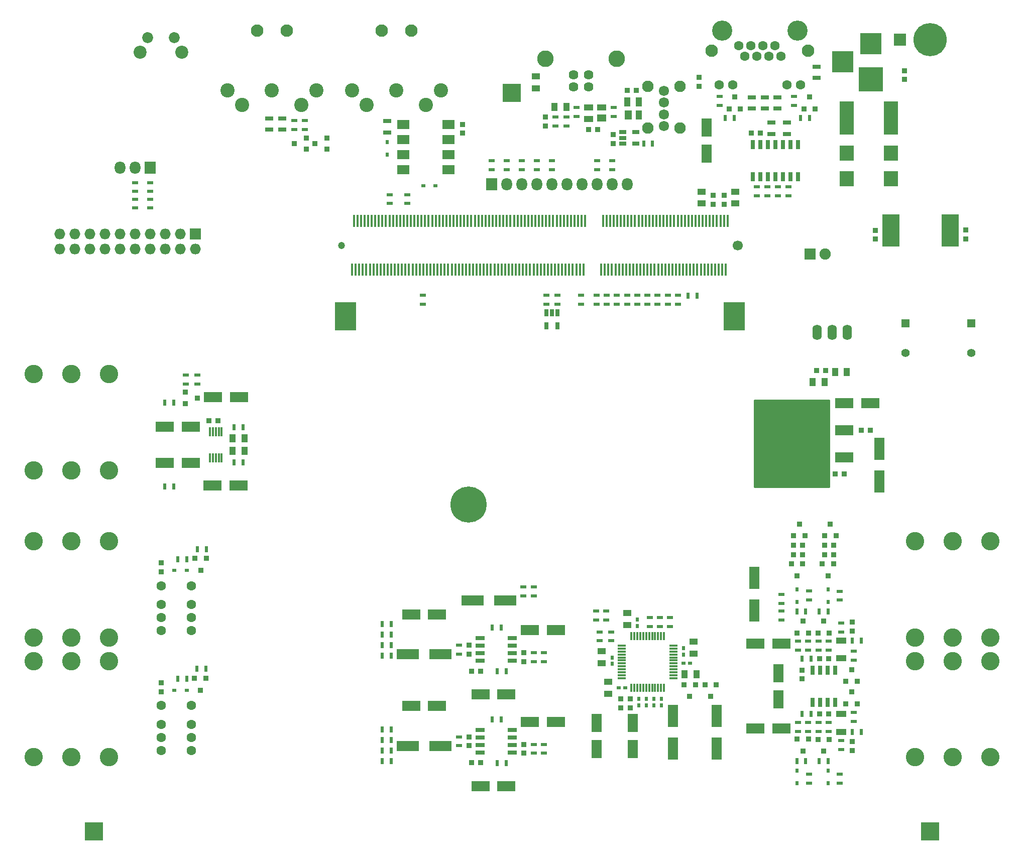
<source format=gbr>
G04 #@! TF.FileFunction,Soldermask,Top*
%FSLAX46Y46*%
G04 Gerber Fmt 4.6, Leading zero omitted, Abs format (unit mm)*
G04 Created by KiCad (PCBNEW no-vcs-found-product) date Tue 08 Dec 2015 08:15:28 PM BRST*
%MOMM*%
G01*
G04 APERTURE LIST*
%ADD10C,0.100000*%
%ADD11R,1.400000X0.350000*%
%ADD12R,0.350000X1.400000*%
%ADD13C,2.400000*%
%ADD14C,2.100000*%
%ADD15C,1.700000*%
%ADD16C,1.200000*%
%ADD17R,3.600000X4.700000*%
%ADD18R,0.450000X2.100000*%
%ADD19R,3.148000X1.751000*%
%ADD20R,6.196000X6.196000*%
%ADD21R,0.850000X0.900000*%
%ADD22R,1.400000X1.400000*%
%ADD23C,1.400000*%
%ADD24R,0.900000X0.850000*%
%ADD25R,1.350000X1.100000*%
%ADD26R,1.100000X1.350000*%
%ADD27R,1.700000X1.100000*%
%ADD28R,1.499540X1.298880*%
%ADD29R,1.499540X1.100760*%
%ADD30R,1.298880X1.499540*%
%ADD31R,1.100760X1.499540*%
%ADD32R,2.400000X5.700000*%
%ADD33R,3.000680X5.500040*%
%ADD34C,1.720000*%
%ADD35C,1.950000*%
%ADD36R,1.827200X2.132000*%
%ADD37O,1.827200X2.132000*%
%ADD38R,1.000000X0.600000*%
%ADD39R,0.600000X1.000000*%
%ADD40R,1.400000X0.800000*%
%ADD41C,2.200000*%
%ADD42C,1.850000*%
%ADD43R,0.700000X1.650000*%
%ADD44R,1.650000X0.700000*%
%ADD45R,0.400000X1.500000*%
%ADD46R,2.132000X1.624000*%
%ADD47R,0.700000X1.600000*%
%ADD48C,1.601140*%
%ADD49C,3.400000*%
%ADD50C,3.100000*%
%ADD51R,4.100000X4.100000*%
%ADD52R,3.600000X3.600000*%
%ADD53R,0.550000X0.690000*%
%ADD54R,0.690000X0.550000*%
%ADD55R,1.160000X0.750000*%
%ADD56R,0.900100X0.900100*%
%ADD57R,2.401240X2.599360*%
%ADD58C,1.100000*%
%ADD59R,3.100000X3.100000*%
%ADD60C,1.600000*%
%ADD61C,1.624000*%
%ADD62C,2.800020*%
%ADD63R,1.827200X1.827200*%
%ADD64O,1.827200X1.827200*%
%ADD65R,0.750000X1.160000*%
%ADD66C,6.100000*%
%ADD67R,3.699180X1.700200*%
%ADD68R,2.100000X2.100000*%
%ADD69C,5.600000*%
%ADD70R,3.099740X1.700200*%
%ADD71R,1.700200X3.099740*%
%ADD72R,1.700200X3.699180*%
%ADD73O,1.601140X2.599360*%
%ADD74R,1.900000X1.900000*%
%ADD75C,1.900000*%
%ADD76R,0.700000X0.600000*%
%ADD77R,0.600000X0.700000*%
%ADD78C,0.254000*%
G04 APERTURE END LIST*
D10*
D11*
X89043260Y-102182480D03*
X89043260Y-102682480D03*
X89043260Y-103182480D03*
X89043260Y-103682480D03*
X89043260Y-104182480D03*
X89043260Y-104682480D03*
X89043260Y-105182480D03*
X89043260Y-105682480D03*
X89043260Y-106182480D03*
X89043260Y-106682480D03*
X89043260Y-107182480D03*
X89043260Y-107682480D03*
D12*
X90643260Y-109282480D03*
X91143260Y-109282480D03*
X91643260Y-109282480D03*
X92143260Y-109282480D03*
X92643260Y-109282480D03*
X93143260Y-109282480D03*
X93643260Y-109282480D03*
X94143260Y-109282480D03*
X94643260Y-109282480D03*
X95143260Y-109282480D03*
X95643260Y-109282480D03*
X96143260Y-109282480D03*
D11*
X97743260Y-107682480D03*
X97743260Y-107182480D03*
X97743260Y-106682480D03*
X97743260Y-106182480D03*
X97743260Y-105682480D03*
X97743260Y-105182480D03*
X97743260Y-104682480D03*
X97743260Y-104182480D03*
X97743260Y-103682480D03*
X97743260Y-103182480D03*
X97743260Y-102682480D03*
X97743260Y-102182480D03*
D12*
X96143260Y-100582480D03*
X95643260Y-100582480D03*
X95143260Y-100582480D03*
X94643260Y-100582480D03*
X94143260Y-100582480D03*
X93643260Y-100582480D03*
X93143260Y-100582480D03*
X92643260Y-100582480D03*
X92143260Y-100582480D03*
X91643260Y-100582480D03*
X91143260Y-100582480D03*
X90643260Y-100582480D03*
D13*
X56014740Y-11011540D03*
D14*
X48514740Y1488460D03*
D13*
X58514740Y-8511540D03*
X51014740Y-8511540D03*
X43514740Y-8511540D03*
X46014740Y-11011540D03*
D14*
X53514740Y1488460D03*
D13*
X35010720Y-11011540D03*
D14*
X27510720Y1488460D03*
D13*
X37510720Y-8511540D03*
X30010720Y-8511540D03*
X22510720Y-8511540D03*
X25010720Y-11011540D03*
D14*
X32510720Y1488460D03*
D15*
X108606860Y-34671000D03*
D16*
X41806860Y-34671000D03*
D17*
X42406860Y-46671000D03*
X108006860Y-46671000D03*
D18*
X106856860Y-30571000D03*
X106256860Y-30571000D03*
X105656860Y-30571000D03*
X105056860Y-30571000D03*
X104456860Y-30571000D03*
X103856860Y-30571000D03*
X103256860Y-30571000D03*
X102656860Y-30571000D03*
X102056860Y-30571000D03*
X101456860Y-30571000D03*
X100856860Y-30571000D03*
X100256860Y-30571000D03*
X99656860Y-30571000D03*
X99056860Y-30571000D03*
X98456860Y-30571000D03*
X97856860Y-30571000D03*
X97256860Y-30571000D03*
X96656860Y-30571000D03*
X96056860Y-30571000D03*
X95456860Y-30571000D03*
X94856860Y-30571000D03*
X94256860Y-30571000D03*
X93656860Y-30571000D03*
X93056860Y-30571000D03*
X92456860Y-30571000D03*
X91856860Y-30571000D03*
X91256860Y-30571000D03*
X90656860Y-30571000D03*
X90056860Y-30571000D03*
X89456860Y-30571000D03*
X88856860Y-30571000D03*
X88256860Y-30571000D03*
X87656860Y-30571000D03*
X87056860Y-30571000D03*
X86456860Y-30571000D03*
X85856860Y-30571000D03*
X82856860Y-30571000D03*
X82256860Y-30571000D03*
X81656860Y-30571000D03*
X81056860Y-30571000D03*
X80456860Y-30571000D03*
X79856860Y-30571000D03*
X79256860Y-30571000D03*
X78656860Y-30571000D03*
X78056860Y-30571000D03*
X77456860Y-30571000D03*
X76856860Y-30571000D03*
X76256860Y-30571000D03*
X75656860Y-30571000D03*
X75056860Y-30571000D03*
X74456860Y-30571000D03*
X73856860Y-30571000D03*
X73256860Y-30571000D03*
X72656860Y-30571000D03*
X72056860Y-30571000D03*
X71456860Y-30571000D03*
X70856860Y-30571000D03*
X70256860Y-30571000D03*
X69656860Y-30571000D03*
X69056860Y-30571000D03*
X68456860Y-30571000D03*
X67856860Y-30571000D03*
X67256860Y-30571000D03*
X66656860Y-30571000D03*
X66056860Y-30571000D03*
X65456860Y-30571000D03*
X64856860Y-30571000D03*
X64256860Y-30571000D03*
X63656860Y-30571000D03*
X63056860Y-30571000D03*
X62456860Y-30571000D03*
X61856860Y-30571000D03*
X61256860Y-30571000D03*
X60656860Y-30571000D03*
X60056860Y-30571000D03*
X59456860Y-30571000D03*
X58856860Y-30571000D03*
X58256860Y-30571000D03*
X57656860Y-30571000D03*
X57056860Y-30571000D03*
X56456860Y-30571000D03*
X55856860Y-30571000D03*
X55256860Y-30571000D03*
X54656860Y-30571000D03*
X54056860Y-30571000D03*
X53456860Y-30571000D03*
X52856860Y-30571000D03*
X52256860Y-30571000D03*
X51656860Y-30571000D03*
X51056860Y-30571000D03*
X50456860Y-30571000D03*
X49856860Y-30571000D03*
X49256860Y-30571000D03*
X48656860Y-30571000D03*
X48056860Y-30571000D03*
X47456860Y-30571000D03*
X46856860Y-30571000D03*
X46256860Y-30571000D03*
X45656860Y-30571000D03*
X45056860Y-30571000D03*
X44456860Y-30571000D03*
X43856860Y-30571000D03*
X106556860Y-38771000D03*
X105956860Y-38771000D03*
X105356860Y-38771000D03*
X104756860Y-38771000D03*
X104156860Y-38771000D03*
X103556860Y-38771000D03*
X102956860Y-38771000D03*
X102356860Y-38771000D03*
X101756860Y-38771000D03*
X101156860Y-38771000D03*
X100556860Y-38771000D03*
X99956860Y-38771000D03*
X99356860Y-38771000D03*
X98756860Y-38771000D03*
X98156860Y-38771000D03*
X97556860Y-38771000D03*
X96956860Y-38771000D03*
X96356860Y-38771000D03*
X95756860Y-38771000D03*
X95156860Y-38771000D03*
X94556860Y-38771000D03*
X93956860Y-38771000D03*
X93356860Y-38771000D03*
X92756860Y-38771000D03*
X92156860Y-38771000D03*
X91556860Y-38771000D03*
X90956860Y-38771000D03*
X90356860Y-38771000D03*
X89756860Y-38771000D03*
X89156860Y-38771000D03*
X88556860Y-38771000D03*
X87956860Y-38771000D03*
X87356860Y-38771000D03*
X86756860Y-38771000D03*
X86156860Y-38771000D03*
X85556860Y-38771000D03*
X82556860Y-38771000D03*
X81956860Y-38771000D03*
X81356860Y-38771000D03*
X80756860Y-38771000D03*
X80156860Y-38771000D03*
X79556860Y-38771000D03*
X78956860Y-38771000D03*
X78356860Y-38771000D03*
X77756860Y-38771000D03*
X77156860Y-38771000D03*
X76556860Y-38771000D03*
X75956860Y-38771000D03*
X75356860Y-38771000D03*
X74756860Y-38771000D03*
X74156860Y-38771000D03*
X73556860Y-38771000D03*
X72956860Y-38771000D03*
X72356860Y-38771000D03*
X71756860Y-38771000D03*
X71156860Y-38771000D03*
X70556860Y-38771000D03*
X69956860Y-38771000D03*
X69356860Y-38771000D03*
X68756860Y-38771000D03*
X68156860Y-38771000D03*
X67556860Y-38771000D03*
X66956860Y-38771000D03*
X66356860Y-38771000D03*
X65756860Y-38771000D03*
X65156860Y-38771000D03*
X64556860Y-38771000D03*
X63956860Y-38771000D03*
X63356860Y-38771000D03*
X62756860Y-38771000D03*
X62156860Y-38771000D03*
X61556860Y-38771000D03*
X60956860Y-38771000D03*
X60356860Y-38771000D03*
X59756860Y-38771000D03*
X59156860Y-38771000D03*
X58556860Y-38771000D03*
X57956860Y-38771000D03*
X57356860Y-38771000D03*
X56756860Y-38771000D03*
X56156860Y-38771000D03*
X55556860Y-38771000D03*
X54956860Y-38771000D03*
X54356860Y-38771000D03*
X53756860Y-38771000D03*
X53156860Y-38771000D03*
X52556860Y-38771000D03*
X51956860Y-38771000D03*
X51356860Y-38771000D03*
X50756860Y-38771000D03*
X50156860Y-38771000D03*
X49556860Y-38771000D03*
X48956860Y-38771000D03*
X48356860Y-38771000D03*
X47756860Y-38771000D03*
X47156860Y-38771000D03*
X46556860Y-38771000D03*
X45956860Y-38771000D03*
X45356860Y-38771000D03*
X44756860Y-38771000D03*
X44156860Y-38771000D03*
X43556860Y-38771000D03*
D19*
X126512320Y-70401180D03*
D20*
X120162320Y-68115180D03*
D19*
X126512320Y-65829180D03*
D21*
X131747260Y-32148080D03*
X131747260Y-33648080D03*
D22*
X136878060Y-47807880D03*
D23*
X136878060Y-52807880D03*
D21*
X147012660Y-32097280D03*
X147012660Y-33597280D03*
D22*
X147977860Y-47807880D03*
D23*
X147977860Y-52807880D03*
D24*
X129397060Y-65841880D03*
X130897060Y-65841880D03*
X125002860Y-73233280D03*
X126502860Y-73233280D03*
X121883740Y-55803800D03*
X123383740Y-55803800D03*
D25*
X89964260Y-98718880D03*
X89964260Y-96718880D03*
X86763860Y-108301280D03*
X86763860Y-110301280D03*
D26*
X99632260Y-106989880D03*
X101632260Y-106989880D03*
D25*
X108176060Y-27624280D03*
X108176060Y-25624280D03*
D21*
X106245660Y-27729880D03*
X106245660Y-26229880D03*
X119430800Y-107818620D03*
X119430800Y-106318620D03*
D24*
X65187260Y-106481880D03*
X63687260Y-106481880D03*
X65187260Y-121950480D03*
X63687260Y-121950480D03*
X19415060Y-64216280D03*
X20915060Y-64216280D03*
D21*
X87563960Y-17519080D03*
X87563960Y-16019080D03*
D26*
X79699360Y-11358880D03*
X77699360Y-11358880D03*
D24*
X84910360Y-15181580D03*
X83410360Y-15181580D03*
X91463560Y-8539480D03*
X89963560Y-8539480D03*
D21*
X76159360Y-14534580D03*
X76159360Y-13034580D03*
X62141100Y-14276640D03*
X62141100Y-15776640D03*
X136649460Y-6724080D03*
X136649460Y-5224080D03*
X102029260Y-6367080D03*
X102029260Y-7867080D03*
X88821260Y-111167480D03*
X88821260Y-112667480D03*
X90421460Y-111167480D03*
X90421460Y-112667480D03*
D27*
X126009400Y-104342060D03*
X126009400Y-101342060D03*
D21*
X127901700Y-98218560D03*
X127901700Y-99718560D03*
D24*
X122389200Y-104391460D03*
X123889200Y-104391460D03*
D27*
X126006860Y-113744880D03*
X126006860Y-116744880D03*
D21*
X127901700Y-119860760D03*
X127901700Y-118360760D03*
D24*
X123889200Y-113687860D03*
X122389200Y-113687860D03*
D21*
X72514460Y-104869680D03*
X72514460Y-103369680D03*
X63243460Y-103599680D03*
X63243460Y-102099680D03*
X72514460Y-120338280D03*
X72514460Y-118838280D03*
X63243460Y-119068280D03*
X63243460Y-117568280D03*
D26*
X23406860Y-69372480D03*
X25406860Y-69372480D03*
X23406860Y-67238880D03*
X25406860Y-67238880D03*
D28*
X85628480Y-13169900D03*
D29*
X85628480Y-11450320D03*
X83428840Y-11450320D03*
X83428840Y-13350240D03*
D30*
X90147140Y-12687300D03*
D31*
X91866720Y-12687300D03*
X91866720Y-10487660D03*
X89966800Y-10487660D03*
D32*
X134380460Y-13213080D03*
X126980460Y-13213080D03*
D33*
X134366000Y-32136080D03*
X144368520Y-32136080D03*
D25*
X74559160Y-6218680D03*
X74559160Y-8218680D03*
D34*
X96136460Y-8590280D03*
X96136460Y-10590280D03*
X96136460Y-12590280D03*
D35*
X98856460Y-7860280D03*
D34*
X96136460Y-14590280D03*
D35*
X98856460Y-14860280D03*
X93416460Y-7860280D03*
X93416460Y-14860280D03*
D36*
X67053460Y-24384380D03*
D37*
X69593460Y-24384380D03*
X72133460Y-24384380D03*
X74673460Y-24384380D03*
X77213460Y-24384380D03*
X79753460Y-24384380D03*
X82293460Y-24384380D03*
X84833460Y-24384380D03*
X87373460Y-24384380D03*
X89913460Y-24384380D03*
D36*
X9547860Y-21595080D03*
D37*
X7007860Y-21595080D03*
X4467860Y-21595080D03*
D38*
X55501540Y-44615800D03*
X55501540Y-43115800D03*
X84757260Y-44620880D03*
X84757260Y-43120880D03*
X82166460Y-44620880D03*
X82166460Y-43120880D03*
X85316060Y-101364480D03*
X85316060Y-99864480D03*
X87246460Y-101364480D03*
X87246460Y-99864480D03*
X84655660Y-96359280D03*
X84655660Y-97859280D03*
X86408260Y-96359280D03*
X86408260Y-97859280D03*
D39*
X100187060Y-43134280D03*
X101687060Y-43134280D03*
D38*
X125790960Y-93006480D03*
X125790960Y-94506480D03*
D39*
X122287600Y-96403160D03*
X123787600Y-96403160D03*
D38*
X120558560Y-92955680D03*
X120558560Y-94455680D03*
D39*
X120041100Y-96428560D03*
X118541100Y-96428560D03*
D38*
X98485960Y-43120880D03*
X98485960Y-44620880D03*
X95056960Y-44620880D03*
X95056960Y-43120880D03*
X125790960Y-125380180D03*
X125790960Y-123880180D03*
D39*
X122287600Y-121676160D03*
X123787600Y-121676160D03*
D38*
X120558560Y-125380180D03*
X120558560Y-123880180D03*
D39*
X118541100Y-121676160D03*
X120041100Y-121676160D03*
D38*
X89913460Y-44620880D03*
X89913460Y-43120880D03*
X86484460Y-44620880D03*
X86484460Y-43120880D03*
D39*
X15682660Y-87584280D03*
X14182660Y-87584280D03*
X17484660Y-85958680D03*
X18984660Y-85958680D03*
D38*
X17498060Y-58057480D03*
X17498060Y-56557480D03*
X15491460Y-58057480D03*
X15491460Y-56557480D03*
X79689960Y-13034580D03*
X79689960Y-14534580D03*
X77823060Y-14534580D03*
X77823060Y-13034580D03*
D39*
X92719460Y-17518380D03*
X94219460Y-17518380D03*
D40*
X29588460Y-13253680D03*
X29588460Y-15153680D03*
D38*
X33804860Y-13656880D03*
X33804860Y-15156880D03*
D40*
X49471580Y-15641360D03*
X49471580Y-13741360D03*
D38*
X52854860Y-27628280D03*
X52854860Y-26128280D03*
D40*
X31798260Y-13253680D03*
X31798260Y-15153680D03*
D38*
X35557460Y-13656880D03*
X35557460Y-15156880D03*
D39*
X120660860Y-13162280D03*
X119160860Y-13162280D03*
D40*
X114272060Y-13990280D03*
X114272060Y-15890280D03*
D38*
X111757460Y-24832880D03*
X111757460Y-26332880D03*
D40*
X116837460Y-13990280D03*
X116837460Y-15890280D03*
X110919260Y-9697680D03*
X110919260Y-11597680D03*
D39*
X107986260Y-13162280D03*
X106486260Y-13162280D03*
D38*
X117091460Y-24832880D03*
X117091460Y-26332880D03*
D40*
X113103660Y-9697680D03*
X113103660Y-11597680D03*
D38*
X67053460Y-20387880D03*
X67053460Y-21887880D03*
X69596380Y-20387880D03*
X69596380Y-21887880D03*
X72136380Y-20387880D03*
X72136380Y-21887880D03*
X77216380Y-20387880D03*
X77216380Y-21887880D03*
X84833460Y-20387880D03*
X84833460Y-21887880D03*
X87373460Y-20387880D03*
X87373460Y-21887880D03*
X74676380Y-20387880D03*
X74676380Y-21887880D03*
X118082060Y-9592880D03*
X118082060Y-11092880D03*
X105509060Y-9592880D03*
X105509060Y-11092880D03*
X128143000Y-104608060D03*
X128143000Y-103108060D03*
D39*
X127901000Y-101343460D03*
X129401000Y-101343460D03*
X120892000Y-104391460D03*
X119392000Y-104391460D03*
D38*
X126009400Y-98370960D03*
X126009400Y-99870960D03*
X123901200Y-102931660D03*
X123901200Y-101431660D03*
X118719600Y-101431660D03*
X118719600Y-102931660D03*
X128143000Y-113471260D03*
X128143000Y-114971260D03*
X122174000Y-101431660D03*
X122174000Y-102931660D03*
X120446800Y-101431660D03*
X120446800Y-102931660D03*
D39*
X127901000Y-116735860D03*
X129401000Y-116735860D03*
X120930100Y-113725960D03*
X119430100Y-113725960D03*
D38*
X126009400Y-119708360D03*
X126009400Y-118208360D03*
X122174000Y-115147660D03*
X122174000Y-116647660D03*
X118719600Y-116647660D03*
X118719600Y-115147660D03*
X123901200Y-116647660D03*
X123901200Y-115147660D03*
X120446800Y-116647660D03*
X120446800Y-115147660D03*
X115973860Y-95065280D03*
X115973860Y-93565280D03*
X115973860Y-97859280D03*
X115973860Y-96359280D03*
X74190860Y-104869680D03*
X74190860Y-103369680D03*
X61567060Y-103599680D03*
X61567060Y-102099680D03*
X75918060Y-104869680D03*
X75918060Y-103369680D03*
D39*
X68056060Y-106532680D03*
X69556060Y-106532680D03*
X48650460Y-102138480D03*
X50150460Y-102138480D03*
X67167060Y-99166680D03*
X68667060Y-99166680D03*
X48650460Y-103916480D03*
X50150460Y-103916480D03*
X48650460Y-98582480D03*
X50150460Y-98582480D03*
X48650460Y-100360480D03*
X50150460Y-100360480D03*
D38*
X74190860Y-120338280D03*
X74190860Y-118838280D03*
X61567060Y-119068280D03*
X61567060Y-117568280D03*
X75918060Y-120338280D03*
X75918060Y-118838280D03*
D39*
X68056060Y-122001280D03*
X69556060Y-122001280D03*
X48650460Y-119867680D03*
X50150460Y-119867680D03*
X67167060Y-114635280D03*
X68667060Y-114635280D03*
X48650460Y-121645680D03*
X50150460Y-121645680D03*
X48650460Y-116311680D03*
X50150460Y-116311680D03*
X48650460Y-118089680D03*
X50150460Y-118089680D03*
D38*
X72438260Y-93795280D03*
X72438260Y-92295280D03*
X74216260Y-92295280D03*
X74216260Y-93795280D03*
D39*
X13472860Y-75341480D03*
X11972860Y-75341480D03*
X13498260Y-61244480D03*
X11998260Y-61244480D03*
D41*
X14865900Y-2154720D03*
D42*
X13605900Y335280D03*
X9105900Y335280D03*
D41*
X7855900Y-2154720D03*
D43*
X121226580Y-111737100D03*
X122496580Y-111737100D03*
X123766580Y-111737100D03*
X125036580Y-111737100D03*
X125036580Y-106337100D03*
X123766580Y-106337100D03*
X122496580Y-106337100D03*
X121226580Y-106337100D03*
D44*
X70578960Y-104754680D03*
X70578960Y-103484680D03*
X70578960Y-102214680D03*
X70578960Y-100944680D03*
X65178960Y-100944680D03*
X65178960Y-102214680D03*
X65178960Y-103484680D03*
X65178960Y-104754680D03*
D45*
X19571460Y-70505680D03*
X20071460Y-70505680D03*
X20571460Y-70505680D03*
X21071460Y-70505680D03*
X21571460Y-70505680D03*
X21571460Y-66105680D03*
X21071460Y-66105680D03*
X20571460Y-66105680D03*
X20071460Y-66105680D03*
X19571460Y-66105680D03*
D46*
X52219860Y-14279880D03*
X52219860Y-16819880D03*
X52219860Y-19359880D03*
X52219860Y-21899880D03*
X59839860Y-21899880D03*
X59839860Y-19359880D03*
X59839860Y-16819880D03*
X59839860Y-14279880D03*
D47*
X111122460Y-23101280D03*
X112392460Y-23101280D03*
X113662460Y-23101280D03*
X114932460Y-23101280D03*
X116202460Y-23101280D03*
X117472460Y-23101280D03*
X118742460Y-23101280D03*
X118742460Y-17701280D03*
X117472460Y-17701280D03*
X116202460Y-17701280D03*
X114932460Y-17701280D03*
X113662460Y-17701280D03*
X112392460Y-17701280D03*
X111122460Y-17701280D03*
D14*
X120418860Y-1859280D03*
D48*
X105432860Y-7574280D03*
X107718860Y-7574280D03*
X116862860Y-7574280D03*
X119148860Y-7574280D03*
X115846860Y-2748280D03*
X113814860Y-2748280D03*
X111782860Y-2748280D03*
X109750860Y-2748280D03*
X112798860Y-970280D03*
X110766860Y-970280D03*
X114830860Y-970280D03*
X108734860Y-970280D03*
D49*
X105940860Y1569720D03*
X118640860Y1569720D03*
D14*
X104162860Y-1859280D03*
D50*
X-3792220Y-56393680D03*
X2557780Y-56393680D03*
X-10142220Y-56393680D03*
X-3792220Y-72623680D03*
X2557780Y-72623680D03*
X-10142220Y-72623680D03*
X144802860Y-100817080D03*
X138452860Y-100817080D03*
X151152860Y-100817080D03*
X144802860Y-84587080D03*
X138452860Y-84587080D03*
X151152860Y-84587080D03*
X144802860Y-121022780D03*
X138452860Y-121022780D03*
X151152860Y-121022780D03*
X144802860Y-104792780D03*
X138452860Y-104792780D03*
X151152860Y-104792780D03*
X-3792220Y-84592760D03*
X2557780Y-84592760D03*
X-10142220Y-84592760D03*
X-3792220Y-100822760D03*
X2557780Y-100822760D03*
X-10142220Y-100822760D03*
X-3792220Y-104790840D03*
X2557780Y-104790840D03*
X-10142220Y-104790840D03*
X-3792220Y-121020840D03*
X2557780Y-121020840D03*
X-10142220Y-121020840D03*
D51*
X131008120Y-6715760D03*
D52*
X131008120Y-713220D03*
X126308120Y-3713220D03*
D53*
X123784360Y-92706560D03*
X123784360Y-94816560D03*
X118541800Y-92706560D03*
X118541800Y-94816560D03*
X123784360Y-125380380D03*
X123784360Y-123270380D03*
X118551960Y-125380380D03*
X118551960Y-123270380D03*
D54*
X13572860Y-89489280D03*
X15682860Y-89489280D03*
D53*
X49476660Y-17248240D03*
X49476660Y-19358240D03*
D54*
X57643660Y-24668480D03*
X55533660Y-24668480D03*
D40*
X115288060Y-11597680D03*
X115288060Y-9697680D03*
D24*
X112380460Y-15778480D03*
X110880460Y-15778480D03*
D55*
X89143660Y-15615880D03*
X89143660Y-16565880D03*
X89143660Y-17515880D03*
X91343660Y-17515880D03*
X91343660Y-15615880D03*
D56*
X101429860Y-108783120D03*
X99529860Y-108783120D03*
X100479860Y-110782100D03*
X104960460Y-108783120D03*
X103060460Y-108783120D03*
X104010460Y-110782100D03*
X126809460Y-108219240D03*
X128709460Y-108219240D03*
X127759460Y-106220260D03*
X126812000Y-111996220D03*
X128712000Y-111996220D03*
X127762000Y-109997240D03*
X122087600Y-100058220D03*
X123987600Y-100058220D03*
X123037600Y-98059240D03*
X118595100Y-100058220D03*
X120495100Y-100058220D03*
X119545100Y-98059240D03*
X124726740Y-88381840D03*
X122826740Y-88381840D03*
X123776740Y-90380820D03*
X119494340Y-88381840D03*
X117594340Y-88381840D03*
X118544340Y-90380820D03*
X123987600Y-118008400D03*
X122087600Y-118008400D03*
X123037600Y-120007380D03*
X120495100Y-117970300D03*
X118595100Y-117970300D03*
X119545100Y-119969280D03*
X118000740Y-83677760D03*
X119900740Y-83677760D03*
X118950740Y-81678780D03*
X123233140Y-83677760D03*
X125133140Y-83677760D03*
X124183140Y-81678780D03*
X18981460Y-87497920D03*
X17081460Y-87497920D03*
X18031460Y-89496900D03*
X15481300Y-59456280D03*
X15481300Y-61356280D03*
X17480280Y-60406280D03*
X35821620Y-18481080D03*
X35821620Y-16581080D03*
X33822640Y-17531080D03*
X39276020Y-18481080D03*
X39276020Y-16581080D03*
X37277040Y-17531080D03*
D57*
X126972060Y-23439120D03*
X126972060Y-19141440D03*
X134363460Y-23439120D03*
X134363460Y-19141440D03*
D54*
X13572860Y-109707680D03*
X15682860Y-109707680D03*
D58*
X2540Y-133502400D03*
D59*
X2540Y-133502400D03*
D58*
X141013180Y-133499860D03*
D59*
X141013180Y-133499860D03*
D58*
X70492620Y-9006840D03*
D59*
X70492620Y-9006840D03*
D60*
X16431260Y-92080080D03*
X11351260Y-92080080D03*
X11351260Y-95280080D03*
X11351260Y-97480080D03*
X11351260Y-99680080D03*
X16431260Y-95280080D03*
X16431260Y-97480080D03*
X16431260Y-99680080D03*
X16431260Y-112273080D03*
X11351260Y-112273080D03*
X11351260Y-115473080D03*
X11351260Y-117673080D03*
X11351260Y-119873080D03*
X16431260Y-115473080D03*
X16431260Y-117673080D03*
X16431260Y-119873080D03*
D61*
X83433920Y-7947660D03*
X80893920Y-7947660D03*
X80893920Y-5948680D03*
X83433920Y-5948680D03*
D62*
X88163400Y-3248660D03*
X76164440Y-3248660D03*
D63*
X17173180Y-32769700D03*
D64*
X17173180Y-35309700D03*
X14633180Y-32769700D03*
X14633180Y-35309700D03*
X12093180Y-32769700D03*
X12093180Y-35309700D03*
X9553180Y-32769700D03*
X9553180Y-35309700D03*
X7013180Y-32769700D03*
X7013180Y-35309700D03*
X4473180Y-32769700D03*
X4473180Y-35309700D03*
X1933180Y-32769700D03*
X1933180Y-35309700D03*
X-606820Y-32769700D03*
X-606820Y-35309700D03*
X-3146820Y-32769700D03*
X-3146820Y-35309700D03*
X-5686820Y-32769700D03*
X-5686820Y-35309700D03*
D56*
X18905260Y-107690920D03*
X17005260Y-107690920D03*
X17955260Y-109689900D03*
X107124460Y-11648440D03*
X109024460Y-11648440D03*
X108074460Y-9649460D03*
X119722860Y-11648440D03*
X121622860Y-11648440D03*
X120672860Y-9649460D03*
D38*
X78204060Y-44620880D03*
X78204060Y-43120880D03*
X76324460Y-43120880D03*
X76324460Y-44620880D03*
X49857660Y-26128280D03*
X49857660Y-27628280D03*
D39*
X15682660Y-107777280D03*
X14182660Y-107777280D03*
X17408460Y-106100880D03*
X18908460Y-106100880D03*
D38*
X113535460Y-26332880D03*
X113535460Y-24832880D03*
X115313460Y-24832880D03*
X115313460Y-26332880D03*
D65*
X78214260Y-46047480D03*
X77264260Y-46047480D03*
X76314260Y-46047480D03*
X76314260Y-48247480D03*
X78214260Y-48247480D03*
D66*
X63157100Y-78409800D03*
D26*
X126981460Y-56037480D03*
X124981460Y-56037480D03*
X121222260Y-57739280D03*
X123222260Y-57739280D03*
D25*
X101152960Y-103519480D03*
X101152960Y-101519480D03*
X85658960Y-105157780D03*
X85658960Y-103157780D03*
D21*
X11351260Y-89756680D03*
X11351260Y-88256680D03*
X11351260Y-109949680D03*
X11351260Y-108449680D03*
D67*
X58475880Y-103611680D03*
X52974240Y-103611680D03*
X58475880Y-119080280D03*
X52974240Y-119080280D03*
D38*
X95450660Y-98976880D03*
X95450660Y-97476880D03*
X97177860Y-98976880D03*
X97177860Y-97476880D03*
X93723460Y-98976880D03*
X93723460Y-97476880D03*
X96771460Y-44620880D03*
X96771460Y-43120880D03*
X91627960Y-44620880D03*
X91627960Y-43120880D03*
X93342460Y-44620880D03*
X93342460Y-43120880D03*
X88198960Y-44620880D03*
X88198960Y-43120880D03*
D39*
X23656860Y-71277480D03*
X25156860Y-71277480D03*
X23656860Y-65333880D03*
X25156860Y-65333880D03*
D38*
X87652860Y-12947080D03*
X87652860Y-11447080D03*
X81404460Y-12947080D03*
X81404460Y-11447080D03*
D40*
X121841260Y-4566880D03*
X121841260Y-6466880D03*
D38*
X9547860Y-28390280D03*
X9547860Y-26890280D03*
X7007860Y-28390280D03*
X7007860Y-26890280D03*
X9547860Y-24096280D03*
X9547860Y-25596280D03*
X7007860Y-24096280D03*
X7007860Y-25596280D03*
D44*
X70578960Y-120223280D03*
X70578960Y-118953280D03*
X70578960Y-117683280D03*
X70578960Y-116413280D03*
X65178960Y-116413280D03*
X65178960Y-117683280D03*
X65178960Y-118953280D03*
X65178960Y-120223280D03*
D68*
X135930640Y-15240D03*
D69*
X141010640Y-15240D03*
D70*
X115963700Y-101884480D03*
X111564420Y-101884480D03*
X20073620Y-60279280D03*
X24472900Y-60279280D03*
X65184020Y-125887480D03*
X69583300Y-125887480D03*
X65184020Y-110418880D03*
X69583300Y-110418880D03*
D71*
X115458240Y-106837460D03*
X115458240Y-111236740D03*
X90878660Y-115204240D03*
X90878660Y-119603520D03*
X84808060Y-115204240D03*
X84808060Y-119603520D03*
D70*
X126525020Y-61269880D03*
X130924300Y-61269880D03*
X20022820Y-75138280D03*
X24422100Y-75138280D03*
X16344900Y-65232280D03*
X11945620Y-65232280D03*
X16344900Y-71379080D03*
X11945620Y-71379080D03*
X57899300Y-112374680D03*
X53500020Y-112374680D03*
X73515220Y-115016280D03*
X77914500Y-115016280D03*
X57899300Y-96931480D03*
X53500020Y-96931480D03*
X73515220Y-99547680D03*
X77914500Y-99547680D03*
X115963700Y-116184680D03*
X111564420Y-116184680D03*
D72*
X104975660Y-114035840D03*
X104975660Y-119537480D03*
X97609660Y-114035840D03*
X97609660Y-119537480D03*
X132458460Y-74536300D03*
X132458460Y-69034660D03*
D67*
X69347080Y-94594680D03*
X63845440Y-94594680D03*
D72*
X111406940Y-90797380D03*
X111406940Y-96299020D03*
D24*
X123229940Y-86842600D03*
X124729940Y-86842600D03*
X119497540Y-85217000D03*
X117997540Y-85217000D03*
X117997540Y-86842600D03*
X119497540Y-86842600D03*
X124729940Y-85217000D03*
X123229940Y-85217000D03*
D71*
X103324660Y-14848840D03*
X103324660Y-19248120D03*
D73*
X124457460Y-49357280D03*
X126997460Y-49357280D03*
X121917460Y-49357280D03*
D74*
X120774460Y-36149280D03*
D75*
X123274460Y-36149280D03*
D76*
X88499860Y-109275880D03*
X89599860Y-109275880D03*
D77*
X99413060Y-103729880D03*
X99413060Y-102629880D03*
X91640660Y-97803880D03*
X91640660Y-98903880D03*
D76*
X99421860Y-105186480D03*
X100521860Y-105186480D03*
D77*
X87436960Y-105279280D03*
X87436960Y-104179280D03*
X91869260Y-111189680D03*
X91869260Y-112289680D03*
X93139260Y-111189680D03*
X93139260Y-112289680D03*
X94409260Y-111189680D03*
X94409260Y-112289680D03*
X95679260Y-111189680D03*
X95679260Y-112289680D03*
D25*
X102511860Y-27624280D03*
X102511860Y-25624280D03*
D21*
X104442260Y-27729880D03*
X104442260Y-26229880D03*
D78*
G36*
X123990100Y-75427840D02*
X111340900Y-75427840D01*
X111340900Y-60797440D01*
X123990100Y-60797440D01*
X123990100Y-75427840D01*
X123990100Y-75427840D01*
G37*
X123990100Y-75427840D02*
X111340900Y-75427840D01*
X111340900Y-60797440D01*
X123990100Y-60797440D01*
X123990100Y-75427840D01*
M02*

</source>
